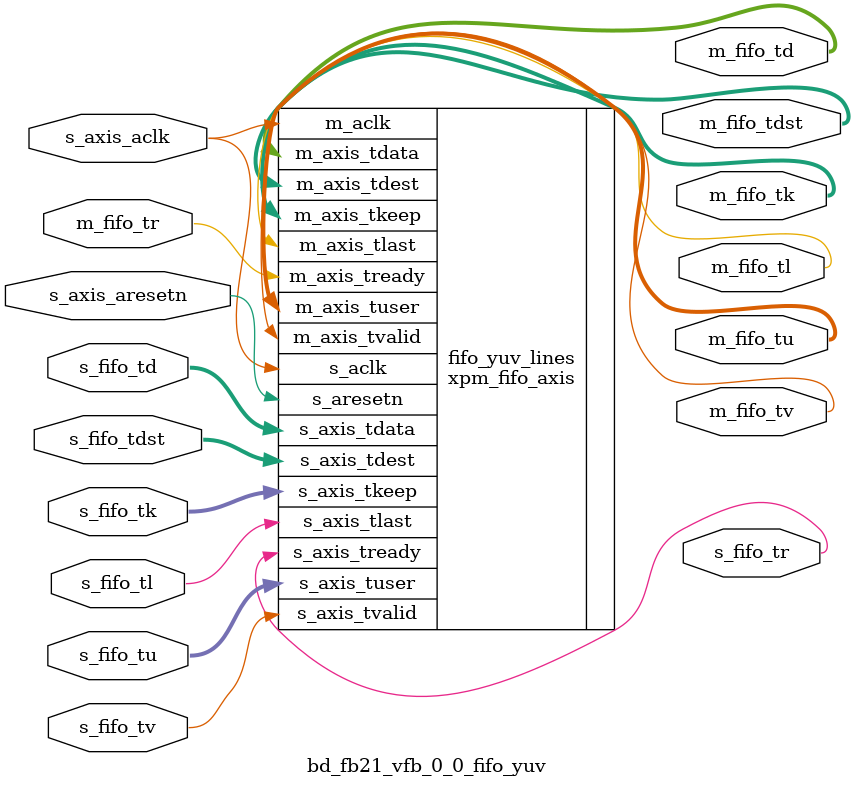
<source format=v>
`timescale 1ps/1ps
module bd_fb21_vfb_0_0_fifo_yuv (
  input            s_axis_aclk    ,

  input         s_axis_aresetn ,
  output    s_fifo_tr      ,
  input     s_fifo_tv      ,
  input      [64-1:0]  s_fifo_td      ,
  input      [96-1:0]  s_fifo_tu      ,
  input      [4-1:0] s_fifo_tdst      ,
  input      [8-1:0] s_fifo_tk      ,
  input      s_fifo_tl      ,
  input     m_fifo_tr      ,
  output     m_fifo_tv      ,
  output   [64-1:0]   m_fifo_td      ,
  output   [4-1:0] m_fifo_tdst ,
  output   [96-1:0]  m_fifo_tu      ,
  output    [8-1:0] m_fifo_tk      ,
  output      m_fifo_tl      
);

xpm_fifo_axis#(
      .CLOCKING_MODE("common_clock"), // String
      .ECC_MODE("no_ecc"),            // String
      .FIFO_DEPTH(16),              // DECIMAL
      .FIFO_MEMORY_TYPE("distributed"),      // String
      .PACKET_FIFO("false"),          // String
      .PROG_EMPTY_THRESH(10),         // DECIMAL
      .PROG_FULL_THRESH(4091),          // DECIMAL
      .RD_DATA_COUNT_WIDTH(1),        // DECIMAL
      .RELATED_CLOCKS(0),             // DECIMAL
      .SIM_ASSERT_CHK(0),             // DECIMAL; 0=disable simulation messages, 1=enable simulation messages
      .TDATA_WIDTH(64),               // DECIMAL
      .TDEST_WIDTH(4),                // DECIMAL
      .TUSER_WIDTH(96),                // DECIMAL
      .USE_ADV_FEATURES("1000"),      // String
      .WR_DATA_COUNT_WIDTH(1)         // DECIMAL
 ) fifo_yuv_lines(
  .s_aresetn         (s_axis_aresetn ),
  .m_aclk            (s_axis_aclk    ),
  .s_aclk            (s_axis_aclk    ),
  .s_axis_tready     (s_fifo_tr      ),
  .s_axis_tvalid     (s_fifo_tv      ),
  .s_axis_tdata      (s_fifo_td      ),
  .s_axis_tuser      (s_fifo_tu      ),
  .s_axis_tdest      (s_fifo_tdst      ),
  .s_axis_tkeep      (s_fifo_tk      ),
  .s_axis_tlast      (s_fifo_tl      ),
  .m_axis_tready     (m_fifo_tr      ),
  .m_axis_tvalid     (m_fifo_tv      ),
  .m_axis_tdata      (m_fifo_td      ),
  .m_axis_tdest      (m_fifo_tdst     ),
  .m_axis_tuser      (m_fifo_tu      ),
  .m_axis_tkeep      (m_fifo_tk      ),
  .m_axis_tlast      (m_fifo_tl      )
);
endmodule

</source>
